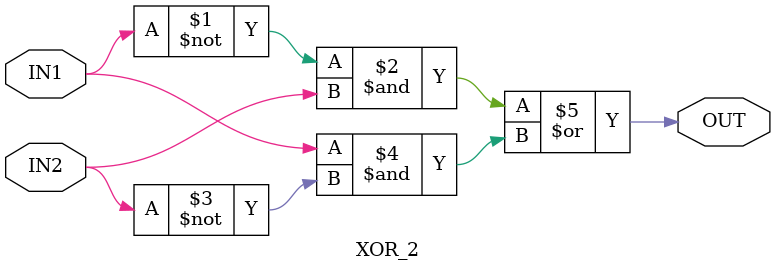
<source format=v>
/*	XOR_2 use Continuous Assignments  disign by and or not	 */
module	XOR_2	( IN1, IN2, OUT );
input	IN1, IN2;							//Set 2 input
output	OUT;								//Set output
	assign	OUT = ~IN1 & IN2 | IN1 & ~IN2;	//and : & ; or : | ; not : ~
endmodule
</source>
